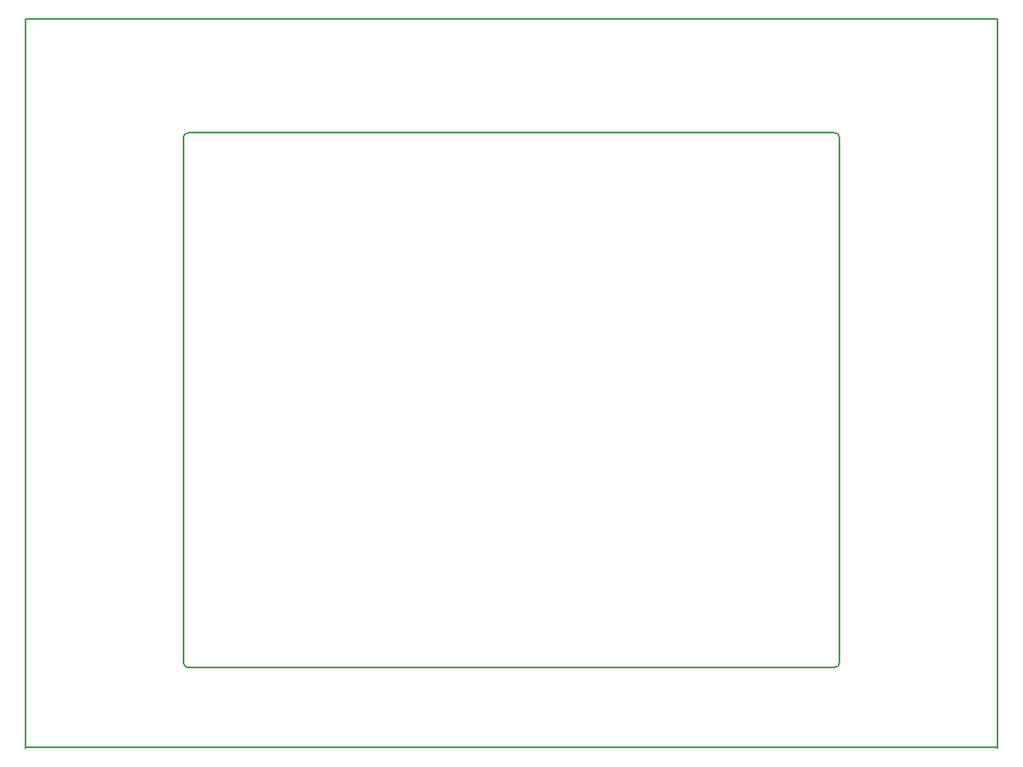
<source format=gbr>
%TF.GenerationSoftware,KiCad,Pcbnew,6.0.2-378541a8eb~116~ubuntu21.10.1*%
%TF.CreationDate,2022-03-01T19:57:36-08:00*%
%TF.ProjectId,cover_50x75,636f7665-725f-4353-9078-37352e6b6963,rev?*%
%TF.SameCoordinates,Original*%
%TF.FileFunction,Profile,NP*%
%FSLAX46Y46*%
G04 Gerber Fmt 4.6, Leading zero omitted, Abs format (unit mm)*
G04 Created by KiCad (PCBNEW 6.0.2-378541a8eb~116~ubuntu21.10.1) date 2022-03-01 19:57:36*
%MOMM*%
%LPD*%
G01*
G04 APERTURE LIST*
%TA.AperFunction,Profile*%
%ADD10C,0.200000*%
%TD*%
G04 APERTURE END LIST*
D10*
X154440000Y-111639999D02*
X154439900Y-57640000D01*
X238190000Y-120389999D02*
X138190001Y-120389998D01*
X138200000Y-120400000D02*
X138200000Y-45400000D01*
X221939999Y-57640000D02*
X221940000Y-111639998D01*
X154440000Y-111639999D02*
G75*
G03*
X154939999Y-112139998I499999J0D01*
G01*
X221439999Y-112139999D02*
G75*
G03*
X221940000Y-111639998I0J500001D01*
G01*
X154950000Y-57140000D02*
G75*
G03*
X154439900Y-57640000I-10000J-500000D01*
G01*
X221439999Y-112139999D02*
X154939999Y-112139998D01*
X138200000Y-45400000D02*
X238200000Y-45400000D01*
X238200000Y-45400000D02*
X238200000Y-120400000D01*
X221939999Y-57640000D02*
G75*
G03*
X221439999Y-57140000I-500000J0D01*
G01*
X154950000Y-57140000D02*
X221439999Y-57140000D01*
M02*

</source>
